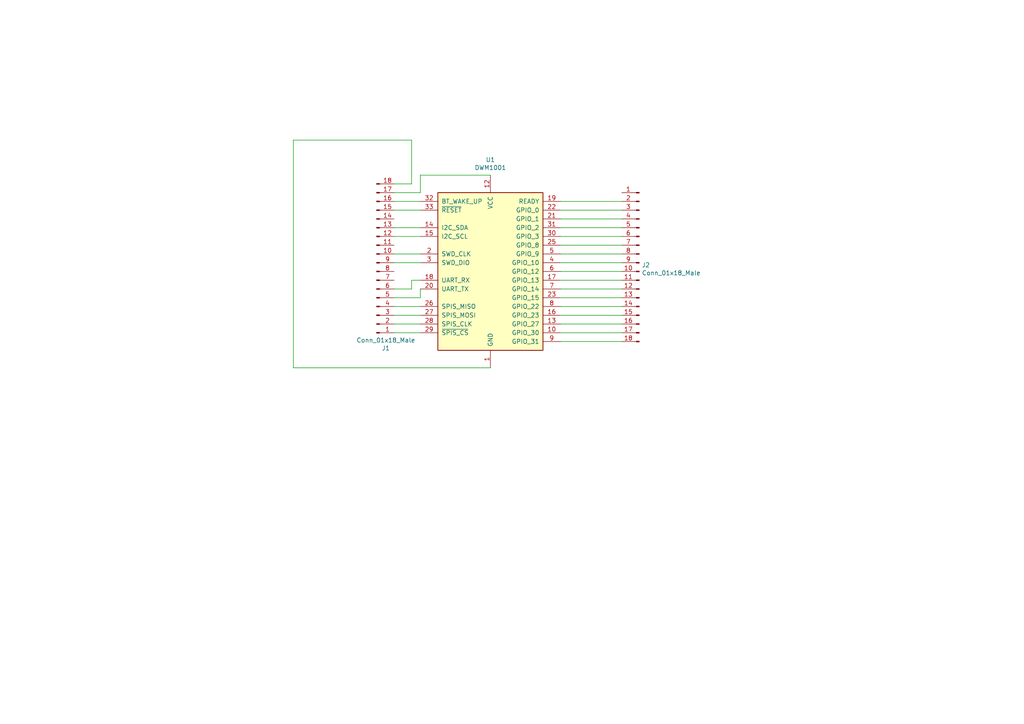
<source format=kicad_sch>
(kicad_sch (version 20200828) (generator eeschema)
  (page 1 1)
  (paper "A4")
  (lib_symbols
    (symbol "Connector:Conn_01x18_Male" (pin_names (offset 1.016) hide)
      (property "Reference" "J" (at 0 22.86 0))
      (property "Value" "Conn_01x18_Male" (at 0 -25.4 0))
      (symbol "Conn_01x18_Male_1_1"
        (rectangle (start 0.8636 -22.733) (end 0 -22.987) (stroke (width 0.1524)) (fill (type outline)))
        (rectangle (start 0.8636 -20.193) (end 0 -20.447) (stroke (width 0.1524)) (fill (type outline)))
        (rectangle (start 0.8636 -17.653) (end 0 -17.907) (stroke (width 0.1524)) (fill (type outline)))
        (rectangle (start 0.8636 -15.113) (end 0 -15.367) (stroke (width 0.1524)) (fill (type outline)))
        (rectangle (start 0.8636 -12.573) (end 0 -12.827) (stroke (width 0.1524)) (fill (type outline)))
        (rectangle (start 0.8636 -10.033) (end 0 -10.287) (stroke (width 0.1524)) (fill (type outline)))
        (rectangle (start 0.8636 -7.493) (end 0 -7.747) (stroke (width 0.1524)) (fill (type outline)))
        (rectangle (start 0.8636 -4.953) (end 0 -5.207) (stroke (width 0.1524)) (fill (type outline)))
        (rectangle (start 0.8636 -2.413) (end 0 -2.667) (stroke (width 0.1524)) (fill (type outline)))
        (rectangle (start 0.8636 0.127) (end 0 -0.127) (stroke (width 0.1524)) (fill (type outline)))
        (rectangle (start 0.8636 2.667) (end 0 2.413) (stroke (width 0.1524)) (fill (type outline)))
        (rectangle (start 0.8636 5.207) (end 0 4.953) (stroke (width 0.1524)) (fill (type outline)))
        (rectangle (start 0.8636 7.747) (end 0 7.493) (stroke (width 0.1524)) (fill (type outline)))
        (rectangle (start 0.8636 10.287) (end 0 10.033) (stroke (width 0.1524)) (fill (type outline)))
        (rectangle (start 0.8636 12.827) (end 0 12.573) (stroke (width 0.1524)) (fill (type outline)))
        (rectangle (start 0.8636 15.367) (end 0 15.113) (stroke (width 0.1524)) (fill (type outline)))
        (rectangle (start 0.8636 17.907) (end 0 17.653) (stroke (width 0.1524)) (fill (type outline)))
        (rectangle (start 0.8636 20.447) (end 0 20.193) (stroke (width 0.1524)) (fill (type outline)))
        (polyline (pts (xy 1.27 -22.86) (xy 0.8636 -22.86)) (stroke (width 0.1524)))
        (polyline (pts (xy 1.27 -20.32) (xy 0.8636 -20.32)) (stroke (width 0.1524)))
        (polyline (pts (xy 1.27 -17.78) (xy 0.8636 -17.78)) (stroke (width 0.1524)))
        (polyline (pts (xy 1.27 -15.24) (xy 0.8636 -15.24)) (stroke (width 0.1524)))
        (polyline (pts (xy 1.27 -12.7) (xy 0.8636 -12.7)) (stroke (width 0.1524)))
        (polyline (pts (xy 1.27 -10.16) (xy 0.8636 -10.16)) (stroke (width 0.1524)))
        (polyline (pts (xy 1.27 -7.62) (xy 0.8636 -7.62)) (stroke (width 0.1524)))
        (polyline (pts (xy 1.27 -5.08) (xy 0.8636 -5.08)) (stroke (width 0.1524)))
        (polyline (pts (xy 1.27 -2.54) (xy 0.8636 -2.54)) (stroke (width 0.1524)))
        (polyline (pts (xy 1.27 0) (xy 0.8636 0)) (stroke (width 0.1524)))
        (polyline (pts (xy 1.27 2.54) (xy 0.8636 2.54)) (stroke (width 0.1524)))
        (polyline (pts (xy 1.27 5.08) (xy 0.8636 5.08)) (stroke (width 0.1524)))
        (polyline (pts (xy 1.27 7.62) (xy 0.8636 7.62)) (stroke (width 0.1524)))
        (polyline (pts (xy 1.27 10.16) (xy 0.8636 10.16)) (stroke (width 0.1524)))
        (polyline (pts (xy 1.27 12.7) (xy 0.8636 12.7)) (stroke (width 0.1524)))
        (polyline (pts (xy 1.27 15.24) (xy 0.8636 15.24)) (stroke (width 0.1524)))
        (polyline (pts (xy 1.27 17.78) (xy 0.8636 17.78)) (stroke (width 0.1524)))
        (polyline (pts (xy 1.27 20.32) (xy 0.8636 20.32)) (stroke (width 0.1524)))
        (pin passive line (at 5.08 20.32 180) (length 3.81) (name "Pin_1") (number "1"))
        (pin passive line (at 5.08 -2.54 180) (length 3.81) (name "Pin_10") (number "10"))
        (pin passive line (at 5.08 -5.08 180) (length 3.81) (name "Pin_11") (number "11"))
        (pin passive line (at 5.08 -7.62 180) (length 3.81) (name "Pin_12") (number "12"))
        (pin passive line (at 5.08 -10.16 180) (length 3.81) (name "Pin_13") (number "13"))
        (pin passive line (at 5.08 -12.7 180) (length 3.81) (name "Pin_14") (number "14"))
        (pin passive line (at 5.08 -15.24 180) (length 3.81) (name "Pin_15") (number "15"))
        (pin passive line (at 5.08 -17.78 180) (length 3.81) (name "Pin_16") (number "16"))
        (pin passive line (at 5.08 -20.32 180) (length 3.81) (name "Pin_17") (number "17"))
        (pin passive line (at 5.08 -22.86 180) (length 3.81) (name "Pin_18") (number "18"))
        (pin passive line (at 5.08 17.78 180) (length 3.81) (name "Pin_2") (number "2"))
        (pin passive line (at 5.08 15.24 180) (length 3.81) (name "Pin_3") (number "3"))
        (pin passive line (at 5.08 12.7 180) (length 3.81) (name "Pin_4") (number "4"))
        (pin passive line (at 5.08 10.16 180) (length 3.81) (name "Pin_5") (number "5"))
        (pin passive line (at 5.08 7.62 180) (length 3.81) (name "Pin_6") (number "6"))
        (pin passive line (at 5.08 5.08 180) (length 3.81) (name "Pin_7") (number "7"))
        (pin passive line (at 5.08 2.54 180) (length 3.81) (name "Pin_8") (number "8"))
        (pin passive line (at 5.08 0 180) (length 3.81) (name "Pin_9") (number "9"))
      )
    )
    (symbol "RF_Module:DWM1001" (pin_names (offset 1.016))
      (property "Reference" "U" (at -12.7 27.94 0))
      (property "Value" "DWM1001" (at -12.7 25.4 0))
      (symbol "DWM1001_0_1"
        (rectangle (start 15.24 22.86) (end -15.24 -22.86) (stroke (width 0.254)) (fill (type background)))
      )
      (symbol "DWM1001_1_1"
        (pin power_in line (at 0 -27.94 90) (length 5.08) (name "GND") (number "1"))
        (pin bidirectional line (at 20.32 -17.78 180) (length 5.08) (name "GPIO_30") (number "10"))
        (pin passive line (at 0 -27.94 90) (length 5.08) hide (name "GND") (number "11"))
        (pin power_in line (at 0 27.94 270) (length 5.08) (name "VCC") (number "12"))
        (pin bidirectional line (at 20.32 -15.24 180) (length 5.08) (name "GPIO_27") (number "13"))
        (pin bidirectional line (at -20.32 12.7 0) (length 5.08) (name "I2C_SDA") (number "14"))
        (pin output line (at -20.32 10.16 0) (length 5.08) (name "I2C_SCL") (number "15"))
        (pin bidirectional line (at 20.32 -12.7 180) (length 5.08) (name "GPIO_23") (number "16"))
        (pin bidirectional line (at 20.32 -2.54 180) (length 5.08) (name "GPIO_13") (number "17"))
        (pin input line (at -20.32 -2.54 0) (length 5.08) (name "UART_RX") (number "18"))
        (pin output line (at 20.32 20.32 180) (length 5.08) (name "READY") (number "19"))
        (pin input line (at -20.32 5.08 0) (length 5.08) (name "SWD_CLK") (number "2"))
        (pin output line (at -20.32 -5.08 0) (length 5.08) (name "UART_TX") (number "20"))
        (pin bidirectional line (at 20.32 15.24 180) (length 5.08) (name "GPIO_1") (number "21"))
        (pin bidirectional line (at 20.32 17.78 180) (length 5.08) (name "GPIO_0") (number "22"))
        (pin bidirectional line (at 20.32 -7.62 180) (length 5.08) (name "GPIO_15") (number "23"))
        (pin passive line (at 0 -27.94 90) (length 5.08) hide (name "GND") (number "24"))
        (pin bidirectional line (at 20.32 7.62 180) (length 5.08) (name "GPIO_8") (number "25"))
        (pin output line (at -20.32 -10.16 0) (length 5.08) (name "SPIS_MISO") (number "26"))
        (pin tri_state line (at -20.32 -12.7 0) (length 5.08) (name "SPIS_MOSI") (number "27"))
        (pin input line (at -20.32 -15.24 0) (length 5.08) (name "SPIS_CLK") (number "28"))
        (pin input line (at -20.32 -17.78 0) (length 5.08) (name "~SPIS_CS") (number "29"))
        (pin bidirectional line (at -20.32 2.54 0) (length 5.08) (name "SWD_DIO") (number "3"))
        (pin bidirectional line (at 20.32 10.16 180) (length 5.08) (name "GPIO_3") (number "30"))
        (pin bidirectional line (at 20.32 12.7 180) (length 5.08) (name "GPIO_2") (number "31"))
        (pin input line (at -20.32 20.32 0) (length 5.08) (name "BT_WAKE_UP") (number "32"))
        (pin input line (at -20.32 17.78 0) (length 5.08) (name "~RESET") (number "33"))
        (pin passive line (at 0 -27.94 90) (length 5.08) hide (name "GND") (number "34"))
        (pin bidirectional line (at 20.32 2.54 180) (length 5.08) (name "GPIO_10") (number "4"))
        (pin bidirectional line (at 20.32 5.08 180) (length 5.08) (name "GPIO_9") (number "5"))
        (pin bidirectional line (at 20.32 0 180) (length 5.08) (name "GPIO_12") (number "6"))
        (pin bidirectional line (at 20.32 -5.08 180) (length 5.08) (name "GPIO_14") (number "7"))
        (pin bidirectional line (at 20.32 -10.16 180) (length 5.08) (name "GPIO_22") (number "8"))
        (pin bidirectional line (at 20.32 -20.32 180) (length 5.08) (name "GPIO_31") (number "9"))
      )
    )
  )
  (wire (pts (xy 85.09 40.64) (xy 119.38 40.64)))
  (wire (pts (xy 85.09 106.68) (xy 85.09 40.64)))
  (wire (pts (xy 114.3 58.42) (xy 121.92 58.42)))
  (wire (pts (xy 114.3 60.96) (xy 121.92 60.96)))
  (wire (pts (xy 114.3 66.04) (xy 121.92 66.04)))
  (wire (pts (xy 114.3 68.58) (xy 121.92 68.58)))
  (wire (pts (xy 114.3 73.66) (xy 121.92 73.66)))
  (wire (pts (xy 114.3 76.2) (xy 121.92 76.2)))
  (wire (pts (xy 114.3 83.82) (xy 119.38 83.82)))
  (wire (pts (xy 114.3 86.36) (xy 121.92 86.36)))
  (wire (pts (xy 114.3 88.9) (xy 121.92 88.9)))
  (wire (pts (xy 114.3 91.44) (xy 121.92 91.44)))
  (wire (pts (xy 114.3 93.98) (xy 121.92 93.98)))
  (wire (pts (xy 114.3 96.52) (xy 121.92 96.52)))
  (wire (pts (xy 119.38 40.64) (xy 119.38 53.34)))
  (wire (pts (xy 119.38 53.34) (xy 114.3 53.34)))
  (wire (pts (xy 119.38 81.28) (xy 119.38 83.82)))
  (wire (pts (xy 121.92 50.8) (xy 121.92 55.88)))
  (wire (pts (xy 121.92 55.88) (xy 114.3 55.88)))
  (wire (pts (xy 121.92 81.28) (xy 119.38 81.28)))
  (wire (pts (xy 121.92 83.82) (xy 121.92 86.36)))
  (wire (pts (xy 142.24 50.8) (xy 121.92 50.8)))
  (wire (pts (xy 142.24 106.68) (xy 85.09 106.68)))
  (wire (pts (xy 162.56 58.42) (xy 180.34 58.42)))
  (wire (pts (xy 162.56 60.96) (xy 180.34 60.96)))
  (wire (pts (xy 162.56 63.5) (xy 180.34 63.5)))
  (wire (pts (xy 162.56 66.04) (xy 180.34 66.04)))
  (wire (pts (xy 162.56 68.58) (xy 180.34 68.58)))
  (wire (pts (xy 162.56 71.12) (xy 180.34 71.12)))
  (wire (pts (xy 162.56 73.66) (xy 180.34 73.66)))
  (wire (pts (xy 162.56 76.2) (xy 180.34 76.2)))
  (wire (pts (xy 162.56 78.74) (xy 180.34 78.74)))
  (wire (pts (xy 162.56 81.28) (xy 180.34 81.28)))
  (wire (pts (xy 162.56 83.82) (xy 180.34 83.82)))
  (wire (pts (xy 162.56 86.36) (xy 180.34 86.36)))
  (wire (pts (xy 162.56 88.9) (xy 180.34 88.9)))
  (wire (pts (xy 162.56 91.44) (xy 180.34 91.44)))
  (wire (pts (xy 162.56 93.98) (xy 180.34 93.98)))
  (wire (pts (xy 162.56 96.52) (xy 180.34 96.52)))
  (wire (pts (xy 162.56 99.06) (xy 180.34 99.06)))
  (symbol (lib_id "Connector:Conn_01x18_Male") (at 109.22 76.2 0) (mirror x) (unit 1)
    (property "Reference" "J1" (at 111.9124 100.9842 0))
    (property "Value" "Conn_01x18_Male" (at 111.9124 98.6855 0))
  )
  (symbol (lib_id "Connector:Conn_01x18_Male") (at 185.42 76.2 0) (mirror y) (unit 1)
    (property "Reference" "J2" (at 186.1313 76.8794 0) (effects (justify right)))
    (property "Value" "Conn_01x18_Male" (at 186.1313 79.1781 0) (effects (justify right)))
  )
  (symbol (lib_id "RF_Module:DWM1001") (at 142.24 78.74 0) (unit 1)
    (property "Reference" "U1" (at 142.24 46.3358 0))
    (property "Value" "DWM1001" (at 142.24 48.6345 0))
    (property "Footprint" "RF_Module:DecaWave_DWM1001" (effects hide))
    (property "Datasheet" "https://www.decawave.com/sites/default/files/dwm1001_datasheet.pdf" (effects hide))
  )
)
</source>
